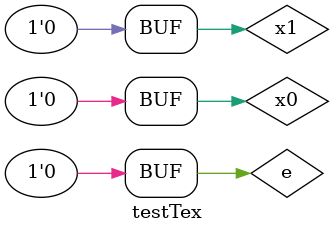
<source format=v>
`timescale 1ns / 1ps


module testTex;

	// Inputs
	reg e;
	reg x0;
	reg x1;

	// Outputs
	wire y0;
	wire y1;
	wire y2;
	wire y3;

	// Instantiate the Unit Under Test (UUT)
	TwoToFourBitDecoder uut (
		.e(e), 
		.x0(x0), 
		.x1(x1), 
		.y0(y0), 
		.y1(y1), 
		.y2(y2), 
		.y3(y3)
	);

	initial begin
		// Initialize Inputs
		e = 0;
		x0 = 0;
		x1 = 0;

		// Wait 100 ns for global reset to finish
		#100;
        
		// Add stimulus here

	end
      
endmodule


</source>
